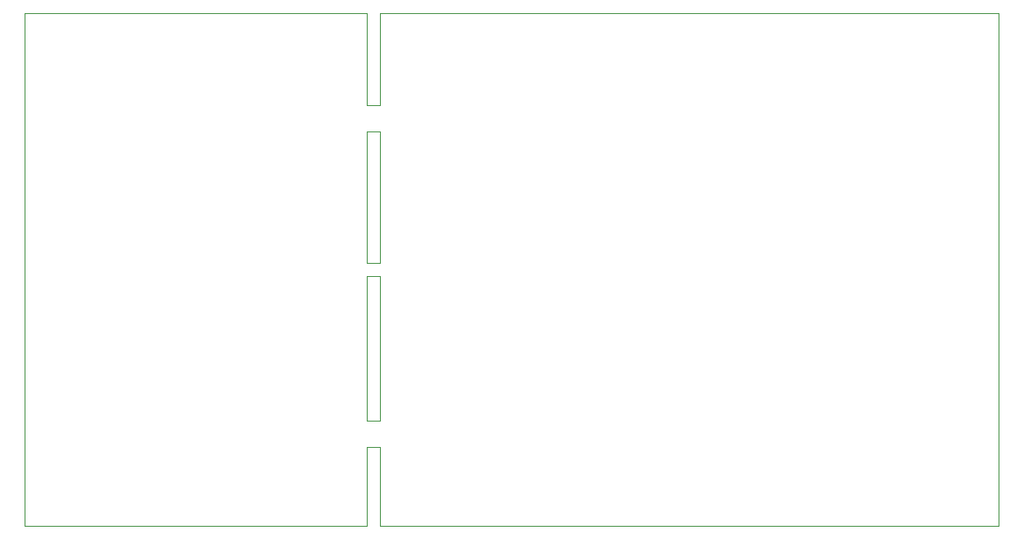
<source format=gm1>
%TF.GenerationSoftware,KiCad,Pcbnew,(6.0.8-1)-1*%
%TF.CreationDate,2023-05-11T15:02:42-07:00*%
%TF.ProjectId,rainus2.0,7261696e-7573-4322-9e30-2e6b69636164,rev?*%
%TF.SameCoordinates,Original*%
%TF.FileFunction,Profile,NP*%
%FSLAX46Y46*%
G04 Gerber Fmt 4.6, Leading zero omitted, Abs format (unit mm)*
G04 Created by KiCad (PCBNEW (6.0.8-1)-1) date 2023-05-11 15:02:42*
%MOMM*%
%LPD*%
G01*
G04 APERTURE LIST*
%TA.AperFunction,Profile*%
%ADD10C,0.100000*%
%TD*%
G04 APERTURE END LIST*
D10*
X123190000Y-71120000D02*
X124460000Y-71120000D01*
X124460000Y-62230000D01*
X184150000Y-62230000D01*
X184150000Y-111760000D01*
X124460000Y-111760000D01*
X124460000Y-104140000D01*
X123190000Y-104140000D01*
X123190000Y-111760000D01*
X90170000Y-111760000D01*
X90170000Y-62230000D01*
X123190000Y-62230000D01*
X123190000Y-71120000D01*
X123190000Y-87630000D02*
X124460000Y-87630000D01*
X124460000Y-87630000D02*
X124460000Y-101600000D01*
X124460000Y-101600000D02*
X123190000Y-101600000D01*
X123190000Y-101600000D02*
X123190000Y-87630000D01*
X123190000Y-73660000D02*
X124460000Y-73660000D01*
X124460000Y-73660000D02*
X124460000Y-86360000D01*
X124460000Y-86360000D02*
X123190000Y-86360000D01*
X123190000Y-86360000D02*
X123190000Y-73660000D01*
M02*

</source>
